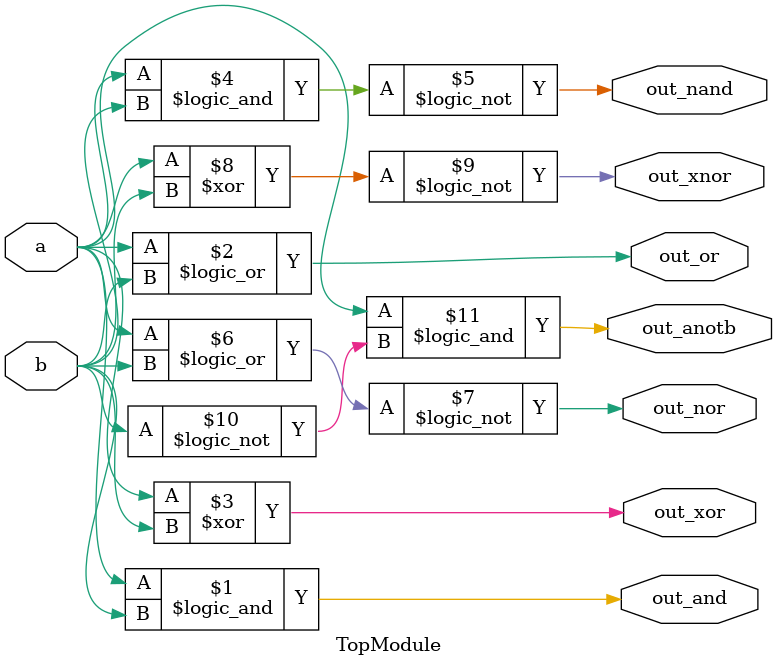
<source format=sv>
module TopModule (
    input logic a,
    input logic b,
    output logic out_and,
    output logic out_or,
    output logic out_xor,
    output logic out_nand,
    output logic out_nor,
    output logic out_xnor,
    output logic out_anotb
);

assign out_and = a && b;
assign out_or = a || b;
assign out_xor = a ^ b;
assign out_nand = !(a && b);
assign out_nor = !(a || b);
assign out_xnor = !(a ^ b);
assign out_anotb = a && !b;

endmodule
</source>
